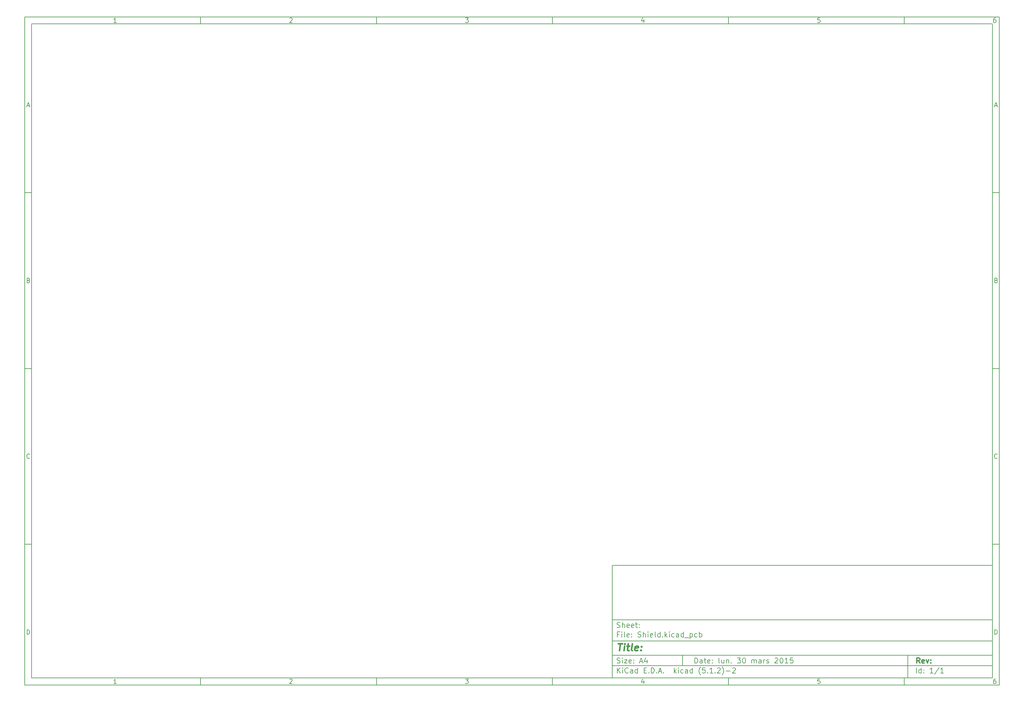
<source format=gbr>
G04 #@! TF.GenerationSoftware,KiCad,Pcbnew,(5.1.2)-2*
G04 #@! TF.CreationDate,2021-03-26T10:36:20+01:00*
G04 #@! TF.ProjectId,Shield,53686965-6c64-42e6-9b69-6361645f7063,rev?*
G04 #@! TF.SameCoordinates,Original*
G04 #@! TF.FileFunction,Other,Fab,Bot*
%FSLAX46Y46*%
G04 Gerber Fmt 4.6, Leading zero omitted, Abs format (unit mm)*
G04 Created by KiCad (PCBNEW (5.1.2)-2) date 2021-03-26 10:36:20*
%MOMM*%
%LPD*%
G04 APERTURE LIST*
%ADD10C,0.100000*%
%ADD11C,0.150000*%
%ADD12C,0.300000*%
%ADD13C,0.400000*%
G04 APERTURE END LIST*
D10*
D11*
X177002200Y-166007200D02*
X177002200Y-198007200D01*
X285002200Y-198007200D01*
X285002200Y-166007200D01*
X177002200Y-166007200D01*
D10*
D11*
X10000000Y-10000000D02*
X10000000Y-200007200D01*
X287002200Y-200007200D01*
X287002200Y-10000000D01*
X10000000Y-10000000D01*
D10*
D11*
X12000000Y-12000000D02*
X12000000Y-198007200D01*
X285002200Y-198007200D01*
X285002200Y-12000000D01*
X12000000Y-12000000D01*
D10*
D11*
X60000000Y-12000000D02*
X60000000Y-10000000D01*
D10*
D11*
X110000000Y-12000000D02*
X110000000Y-10000000D01*
D10*
D11*
X160000000Y-12000000D02*
X160000000Y-10000000D01*
D10*
D11*
X210000000Y-12000000D02*
X210000000Y-10000000D01*
D10*
D11*
X260000000Y-12000000D02*
X260000000Y-10000000D01*
D10*
D11*
X36065476Y-11588095D02*
X35322619Y-11588095D01*
X35694047Y-11588095D02*
X35694047Y-10288095D01*
X35570238Y-10473809D01*
X35446428Y-10597619D01*
X35322619Y-10659523D01*
D10*
D11*
X85322619Y-10411904D02*
X85384523Y-10350000D01*
X85508333Y-10288095D01*
X85817857Y-10288095D01*
X85941666Y-10350000D01*
X86003571Y-10411904D01*
X86065476Y-10535714D01*
X86065476Y-10659523D01*
X86003571Y-10845238D01*
X85260714Y-11588095D01*
X86065476Y-11588095D01*
D10*
D11*
X135260714Y-10288095D02*
X136065476Y-10288095D01*
X135632142Y-10783333D01*
X135817857Y-10783333D01*
X135941666Y-10845238D01*
X136003571Y-10907142D01*
X136065476Y-11030952D01*
X136065476Y-11340476D01*
X136003571Y-11464285D01*
X135941666Y-11526190D01*
X135817857Y-11588095D01*
X135446428Y-11588095D01*
X135322619Y-11526190D01*
X135260714Y-11464285D01*
D10*
D11*
X185941666Y-10721428D02*
X185941666Y-11588095D01*
X185632142Y-10226190D02*
X185322619Y-11154761D01*
X186127380Y-11154761D01*
D10*
D11*
X236003571Y-10288095D02*
X235384523Y-10288095D01*
X235322619Y-10907142D01*
X235384523Y-10845238D01*
X235508333Y-10783333D01*
X235817857Y-10783333D01*
X235941666Y-10845238D01*
X236003571Y-10907142D01*
X236065476Y-11030952D01*
X236065476Y-11340476D01*
X236003571Y-11464285D01*
X235941666Y-11526190D01*
X235817857Y-11588095D01*
X235508333Y-11588095D01*
X235384523Y-11526190D01*
X235322619Y-11464285D01*
D10*
D11*
X285941666Y-10288095D02*
X285694047Y-10288095D01*
X285570238Y-10350000D01*
X285508333Y-10411904D01*
X285384523Y-10597619D01*
X285322619Y-10845238D01*
X285322619Y-11340476D01*
X285384523Y-11464285D01*
X285446428Y-11526190D01*
X285570238Y-11588095D01*
X285817857Y-11588095D01*
X285941666Y-11526190D01*
X286003571Y-11464285D01*
X286065476Y-11340476D01*
X286065476Y-11030952D01*
X286003571Y-10907142D01*
X285941666Y-10845238D01*
X285817857Y-10783333D01*
X285570238Y-10783333D01*
X285446428Y-10845238D01*
X285384523Y-10907142D01*
X285322619Y-11030952D01*
D10*
D11*
X60000000Y-198007200D02*
X60000000Y-200007200D01*
D10*
D11*
X110000000Y-198007200D02*
X110000000Y-200007200D01*
D10*
D11*
X160000000Y-198007200D02*
X160000000Y-200007200D01*
D10*
D11*
X210000000Y-198007200D02*
X210000000Y-200007200D01*
D10*
D11*
X260000000Y-198007200D02*
X260000000Y-200007200D01*
D10*
D11*
X36065476Y-199595295D02*
X35322619Y-199595295D01*
X35694047Y-199595295D02*
X35694047Y-198295295D01*
X35570238Y-198481009D01*
X35446428Y-198604819D01*
X35322619Y-198666723D01*
D10*
D11*
X85322619Y-198419104D02*
X85384523Y-198357200D01*
X85508333Y-198295295D01*
X85817857Y-198295295D01*
X85941666Y-198357200D01*
X86003571Y-198419104D01*
X86065476Y-198542914D01*
X86065476Y-198666723D01*
X86003571Y-198852438D01*
X85260714Y-199595295D01*
X86065476Y-199595295D01*
D10*
D11*
X135260714Y-198295295D02*
X136065476Y-198295295D01*
X135632142Y-198790533D01*
X135817857Y-198790533D01*
X135941666Y-198852438D01*
X136003571Y-198914342D01*
X136065476Y-199038152D01*
X136065476Y-199347676D01*
X136003571Y-199471485D01*
X135941666Y-199533390D01*
X135817857Y-199595295D01*
X135446428Y-199595295D01*
X135322619Y-199533390D01*
X135260714Y-199471485D01*
D10*
D11*
X185941666Y-198728628D02*
X185941666Y-199595295D01*
X185632142Y-198233390D02*
X185322619Y-199161961D01*
X186127380Y-199161961D01*
D10*
D11*
X236003571Y-198295295D02*
X235384523Y-198295295D01*
X235322619Y-198914342D01*
X235384523Y-198852438D01*
X235508333Y-198790533D01*
X235817857Y-198790533D01*
X235941666Y-198852438D01*
X236003571Y-198914342D01*
X236065476Y-199038152D01*
X236065476Y-199347676D01*
X236003571Y-199471485D01*
X235941666Y-199533390D01*
X235817857Y-199595295D01*
X235508333Y-199595295D01*
X235384523Y-199533390D01*
X235322619Y-199471485D01*
D10*
D11*
X285941666Y-198295295D02*
X285694047Y-198295295D01*
X285570238Y-198357200D01*
X285508333Y-198419104D01*
X285384523Y-198604819D01*
X285322619Y-198852438D01*
X285322619Y-199347676D01*
X285384523Y-199471485D01*
X285446428Y-199533390D01*
X285570238Y-199595295D01*
X285817857Y-199595295D01*
X285941666Y-199533390D01*
X286003571Y-199471485D01*
X286065476Y-199347676D01*
X286065476Y-199038152D01*
X286003571Y-198914342D01*
X285941666Y-198852438D01*
X285817857Y-198790533D01*
X285570238Y-198790533D01*
X285446428Y-198852438D01*
X285384523Y-198914342D01*
X285322619Y-199038152D01*
D10*
D11*
X10000000Y-60000000D02*
X12000000Y-60000000D01*
D10*
D11*
X10000000Y-110000000D02*
X12000000Y-110000000D01*
D10*
D11*
X10000000Y-160000000D02*
X12000000Y-160000000D01*
D10*
D11*
X10690476Y-35216666D02*
X11309523Y-35216666D01*
X10566666Y-35588095D02*
X11000000Y-34288095D01*
X11433333Y-35588095D01*
D10*
D11*
X11092857Y-84907142D02*
X11278571Y-84969047D01*
X11340476Y-85030952D01*
X11402380Y-85154761D01*
X11402380Y-85340476D01*
X11340476Y-85464285D01*
X11278571Y-85526190D01*
X11154761Y-85588095D01*
X10659523Y-85588095D01*
X10659523Y-84288095D01*
X11092857Y-84288095D01*
X11216666Y-84350000D01*
X11278571Y-84411904D01*
X11340476Y-84535714D01*
X11340476Y-84659523D01*
X11278571Y-84783333D01*
X11216666Y-84845238D01*
X11092857Y-84907142D01*
X10659523Y-84907142D01*
D10*
D11*
X11402380Y-135464285D02*
X11340476Y-135526190D01*
X11154761Y-135588095D01*
X11030952Y-135588095D01*
X10845238Y-135526190D01*
X10721428Y-135402380D01*
X10659523Y-135278571D01*
X10597619Y-135030952D01*
X10597619Y-134845238D01*
X10659523Y-134597619D01*
X10721428Y-134473809D01*
X10845238Y-134350000D01*
X11030952Y-134288095D01*
X11154761Y-134288095D01*
X11340476Y-134350000D01*
X11402380Y-134411904D01*
D10*
D11*
X10659523Y-185588095D02*
X10659523Y-184288095D01*
X10969047Y-184288095D01*
X11154761Y-184350000D01*
X11278571Y-184473809D01*
X11340476Y-184597619D01*
X11402380Y-184845238D01*
X11402380Y-185030952D01*
X11340476Y-185278571D01*
X11278571Y-185402380D01*
X11154761Y-185526190D01*
X10969047Y-185588095D01*
X10659523Y-185588095D01*
D10*
D11*
X287002200Y-60000000D02*
X285002200Y-60000000D01*
D10*
D11*
X287002200Y-110000000D02*
X285002200Y-110000000D01*
D10*
D11*
X287002200Y-160000000D02*
X285002200Y-160000000D01*
D10*
D11*
X285692676Y-35216666D02*
X286311723Y-35216666D01*
X285568866Y-35588095D02*
X286002200Y-34288095D01*
X286435533Y-35588095D01*
D10*
D11*
X286095057Y-84907142D02*
X286280771Y-84969047D01*
X286342676Y-85030952D01*
X286404580Y-85154761D01*
X286404580Y-85340476D01*
X286342676Y-85464285D01*
X286280771Y-85526190D01*
X286156961Y-85588095D01*
X285661723Y-85588095D01*
X285661723Y-84288095D01*
X286095057Y-84288095D01*
X286218866Y-84350000D01*
X286280771Y-84411904D01*
X286342676Y-84535714D01*
X286342676Y-84659523D01*
X286280771Y-84783333D01*
X286218866Y-84845238D01*
X286095057Y-84907142D01*
X285661723Y-84907142D01*
D10*
D11*
X286404580Y-135464285D02*
X286342676Y-135526190D01*
X286156961Y-135588095D01*
X286033152Y-135588095D01*
X285847438Y-135526190D01*
X285723628Y-135402380D01*
X285661723Y-135278571D01*
X285599819Y-135030952D01*
X285599819Y-134845238D01*
X285661723Y-134597619D01*
X285723628Y-134473809D01*
X285847438Y-134350000D01*
X286033152Y-134288095D01*
X286156961Y-134288095D01*
X286342676Y-134350000D01*
X286404580Y-134411904D01*
D10*
D11*
X285661723Y-185588095D02*
X285661723Y-184288095D01*
X285971247Y-184288095D01*
X286156961Y-184350000D01*
X286280771Y-184473809D01*
X286342676Y-184597619D01*
X286404580Y-184845238D01*
X286404580Y-185030952D01*
X286342676Y-185278571D01*
X286280771Y-185402380D01*
X286156961Y-185526190D01*
X285971247Y-185588095D01*
X285661723Y-185588095D01*
D10*
D11*
X200434342Y-193785771D02*
X200434342Y-192285771D01*
X200791485Y-192285771D01*
X201005771Y-192357200D01*
X201148628Y-192500057D01*
X201220057Y-192642914D01*
X201291485Y-192928628D01*
X201291485Y-193142914D01*
X201220057Y-193428628D01*
X201148628Y-193571485D01*
X201005771Y-193714342D01*
X200791485Y-193785771D01*
X200434342Y-193785771D01*
X202577200Y-193785771D02*
X202577200Y-193000057D01*
X202505771Y-192857200D01*
X202362914Y-192785771D01*
X202077200Y-192785771D01*
X201934342Y-192857200D01*
X202577200Y-193714342D02*
X202434342Y-193785771D01*
X202077200Y-193785771D01*
X201934342Y-193714342D01*
X201862914Y-193571485D01*
X201862914Y-193428628D01*
X201934342Y-193285771D01*
X202077200Y-193214342D01*
X202434342Y-193214342D01*
X202577200Y-193142914D01*
X203077200Y-192785771D02*
X203648628Y-192785771D01*
X203291485Y-192285771D02*
X203291485Y-193571485D01*
X203362914Y-193714342D01*
X203505771Y-193785771D01*
X203648628Y-193785771D01*
X204720057Y-193714342D02*
X204577200Y-193785771D01*
X204291485Y-193785771D01*
X204148628Y-193714342D01*
X204077200Y-193571485D01*
X204077200Y-193000057D01*
X204148628Y-192857200D01*
X204291485Y-192785771D01*
X204577200Y-192785771D01*
X204720057Y-192857200D01*
X204791485Y-193000057D01*
X204791485Y-193142914D01*
X204077200Y-193285771D01*
X205434342Y-193642914D02*
X205505771Y-193714342D01*
X205434342Y-193785771D01*
X205362914Y-193714342D01*
X205434342Y-193642914D01*
X205434342Y-193785771D01*
X205434342Y-192857200D02*
X205505771Y-192928628D01*
X205434342Y-193000057D01*
X205362914Y-192928628D01*
X205434342Y-192857200D01*
X205434342Y-193000057D01*
X207505771Y-193785771D02*
X207362914Y-193714342D01*
X207291485Y-193571485D01*
X207291485Y-192285771D01*
X208720057Y-192785771D02*
X208720057Y-193785771D01*
X208077200Y-192785771D02*
X208077200Y-193571485D01*
X208148628Y-193714342D01*
X208291485Y-193785771D01*
X208505771Y-193785771D01*
X208648628Y-193714342D01*
X208720057Y-193642914D01*
X209434342Y-192785771D02*
X209434342Y-193785771D01*
X209434342Y-192928628D02*
X209505771Y-192857200D01*
X209648628Y-192785771D01*
X209862914Y-192785771D01*
X210005771Y-192857200D01*
X210077200Y-193000057D01*
X210077200Y-193785771D01*
X210791485Y-193642914D02*
X210862914Y-193714342D01*
X210791485Y-193785771D01*
X210720057Y-193714342D01*
X210791485Y-193642914D01*
X210791485Y-193785771D01*
X212505771Y-192285771D02*
X213434342Y-192285771D01*
X212934342Y-192857200D01*
X213148628Y-192857200D01*
X213291485Y-192928628D01*
X213362914Y-193000057D01*
X213434342Y-193142914D01*
X213434342Y-193500057D01*
X213362914Y-193642914D01*
X213291485Y-193714342D01*
X213148628Y-193785771D01*
X212720057Y-193785771D01*
X212577200Y-193714342D01*
X212505771Y-193642914D01*
X214362914Y-192285771D02*
X214505771Y-192285771D01*
X214648628Y-192357200D01*
X214720057Y-192428628D01*
X214791485Y-192571485D01*
X214862914Y-192857200D01*
X214862914Y-193214342D01*
X214791485Y-193500057D01*
X214720057Y-193642914D01*
X214648628Y-193714342D01*
X214505771Y-193785771D01*
X214362914Y-193785771D01*
X214220057Y-193714342D01*
X214148628Y-193642914D01*
X214077200Y-193500057D01*
X214005771Y-193214342D01*
X214005771Y-192857200D01*
X214077200Y-192571485D01*
X214148628Y-192428628D01*
X214220057Y-192357200D01*
X214362914Y-192285771D01*
X216648628Y-193785771D02*
X216648628Y-192785771D01*
X216648628Y-192928628D02*
X216720057Y-192857200D01*
X216862914Y-192785771D01*
X217077200Y-192785771D01*
X217220057Y-192857200D01*
X217291485Y-193000057D01*
X217291485Y-193785771D01*
X217291485Y-193000057D02*
X217362914Y-192857200D01*
X217505771Y-192785771D01*
X217720057Y-192785771D01*
X217862914Y-192857200D01*
X217934342Y-193000057D01*
X217934342Y-193785771D01*
X219291485Y-193785771D02*
X219291485Y-193000057D01*
X219220057Y-192857200D01*
X219077200Y-192785771D01*
X218791485Y-192785771D01*
X218648628Y-192857200D01*
X219291485Y-193714342D02*
X219148628Y-193785771D01*
X218791485Y-193785771D01*
X218648628Y-193714342D01*
X218577200Y-193571485D01*
X218577200Y-193428628D01*
X218648628Y-193285771D01*
X218791485Y-193214342D01*
X219148628Y-193214342D01*
X219291485Y-193142914D01*
X220005771Y-193785771D02*
X220005771Y-192785771D01*
X220005771Y-193071485D02*
X220077200Y-192928628D01*
X220148628Y-192857200D01*
X220291485Y-192785771D01*
X220434342Y-192785771D01*
X220862914Y-193714342D02*
X221005771Y-193785771D01*
X221291485Y-193785771D01*
X221434342Y-193714342D01*
X221505771Y-193571485D01*
X221505771Y-193500057D01*
X221434342Y-193357200D01*
X221291485Y-193285771D01*
X221077200Y-193285771D01*
X220934342Y-193214342D01*
X220862914Y-193071485D01*
X220862914Y-193000057D01*
X220934342Y-192857200D01*
X221077200Y-192785771D01*
X221291485Y-192785771D01*
X221434342Y-192857200D01*
X223220057Y-192428628D02*
X223291485Y-192357200D01*
X223434342Y-192285771D01*
X223791485Y-192285771D01*
X223934342Y-192357200D01*
X224005771Y-192428628D01*
X224077200Y-192571485D01*
X224077200Y-192714342D01*
X224005771Y-192928628D01*
X223148628Y-193785771D01*
X224077200Y-193785771D01*
X225005771Y-192285771D02*
X225148628Y-192285771D01*
X225291485Y-192357200D01*
X225362914Y-192428628D01*
X225434342Y-192571485D01*
X225505771Y-192857200D01*
X225505771Y-193214342D01*
X225434342Y-193500057D01*
X225362914Y-193642914D01*
X225291485Y-193714342D01*
X225148628Y-193785771D01*
X225005771Y-193785771D01*
X224862914Y-193714342D01*
X224791485Y-193642914D01*
X224720057Y-193500057D01*
X224648628Y-193214342D01*
X224648628Y-192857200D01*
X224720057Y-192571485D01*
X224791485Y-192428628D01*
X224862914Y-192357200D01*
X225005771Y-192285771D01*
X226934342Y-193785771D02*
X226077200Y-193785771D01*
X226505771Y-193785771D02*
X226505771Y-192285771D01*
X226362914Y-192500057D01*
X226220057Y-192642914D01*
X226077200Y-192714342D01*
X228291485Y-192285771D02*
X227577200Y-192285771D01*
X227505771Y-193000057D01*
X227577200Y-192928628D01*
X227720057Y-192857200D01*
X228077200Y-192857200D01*
X228220057Y-192928628D01*
X228291485Y-193000057D01*
X228362914Y-193142914D01*
X228362914Y-193500057D01*
X228291485Y-193642914D01*
X228220057Y-193714342D01*
X228077200Y-193785771D01*
X227720057Y-193785771D01*
X227577200Y-193714342D01*
X227505771Y-193642914D01*
D10*
D11*
X177002200Y-194507200D02*
X285002200Y-194507200D01*
D10*
D11*
X178434342Y-196585771D02*
X178434342Y-195085771D01*
X179291485Y-196585771D02*
X178648628Y-195728628D01*
X179291485Y-195085771D02*
X178434342Y-195942914D01*
X179934342Y-196585771D02*
X179934342Y-195585771D01*
X179934342Y-195085771D02*
X179862914Y-195157200D01*
X179934342Y-195228628D01*
X180005771Y-195157200D01*
X179934342Y-195085771D01*
X179934342Y-195228628D01*
X181505771Y-196442914D02*
X181434342Y-196514342D01*
X181220057Y-196585771D01*
X181077200Y-196585771D01*
X180862914Y-196514342D01*
X180720057Y-196371485D01*
X180648628Y-196228628D01*
X180577200Y-195942914D01*
X180577200Y-195728628D01*
X180648628Y-195442914D01*
X180720057Y-195300057D01*
X180862914Y-195157200D01*
X181077200Y-195085771D01*
X181220057Y-195085771D01*
X181434342Y-195157200D01*
X181505771Y-195228628D01*
X182791485Y-196585771D02*
X182791485Y-195800057D01*
X182720057Y-195657200D01*
X182577200Y-195585771D01*
X182291485Y-195585771D01*
X182148628Y-195657200D01*
X182791485Y-196514342D02*
X182648628Y-196585771D01*
X182291485Y-196585771D01*
X182148628Y-196514342D01*
X182077200Y-196371485D01*
X182077200Y-196228628D01*
X182148628Y-196085771D01*
X182291485Y-196014342D01*
X182648628Y-196014342D01*
X182791485Y-195942914D01*
X184148628Y-196585771D02*
X184148628Y-195085771D01*
X184148628Y-196514342D02*
X184005771Y-196585771D01*
X183720057Y-196585771D01*
X183577200Y-196514342D01*
X183505771Y-196442914D01*
X183434342Y-196300057D01*
X183434342Y-195871485D01*
X183505771Y-195728628D01*
X183577200Y-195657200D01*
X183720057Y-195585771D01*
X184005771Y-195585771D01*
X184148628Y-195657200D01*
X186005771Y-195800057D02*
X186505771Y-195800057D01*
X186720057Y-196585771D02*
X186005771Y-196585771D01*
X186005771Y-195085771D01*
X186720057Y-195085771D01*
X187362914Y-196442914D02*
X187434342Y-196514342D01*
X187362914Y-196585771D01*
X187291485Y-196514342D01*
X187362914Y-196442914D01*
X187362914Y-196585771D01*
X188077200Y-196585771D02*
X188077200Y-195085771D01*
X188434342Y-195085771D01*
X188648628Y-195157200D01*
X188791485Y-195300057D01*
X188862914Y-195442914D01*
X188934342Y-195728628D01*
X188934342Y-195942914D01*
X188862914Y-196228628D01*
X188791485Y-196371485D01*
X188648628Y-196514342D01*
X188434342Y-196585771D01*
X188077200Y-196585771D01*
X189577200Y-196442914D02*
X189648628Y-196514342D01*
X189577200Y-196585771D01*
X189505771Y-196514342D01*
X189577200Y-196442914D01*
X189577200Y-196585771D01*
X190220057Y-196157200D02*
X190934342Y-196157200D01*
X190077200Y-196585771D02*
X190577200Y-195085771D01*
X191077200Y-196585771D01*
X191577200Y-196442914D02*
X191648628Y-196514342D01*
X191577200Y-196585771D01*
X191505771Y-196514342D01*
X191577200Y-196442914D01*
X191577200Y-196585771D01*
X194577200Y-196585771D02*
X194577200Y-195085771D01*
X194720057Y-196014342D02*
X195148628Y-196585771D01*
X195148628Y-195585771D02*
X194577200Y-196157200D01*
X195791485Y-196585771D02*
X195791485Y-195585771D01*
X195791485Y-195085771D02*
X195720057Y-195157200D01*
X195791485Y-195228628D01*
X195862914Y-195157200D01*
X195791485Y-195085771D01*
X195791485Y-195228628D01*
X197148628Y-196514342D02*
X197005771Y-196585771D01*
X196720057Y-196585771D01*
X196577200Y-196514342D01*
X196505771Y-196442914D01*
X196434342Y-196300057D01*
X196434342Y-195871485D01*
X196505771Y-195728628D01*
X196577200Y-195657200D01*
X196720057Y-195585771D01*
X197005771Y-195585771D01*
X197148628Y-195657200D01*
X198434342Y-196585771D02*
X198434342Y-195800057D01*
X198362914Y-195657200D01*
X198220057Y-195585771D01*
X197934342Y-195585771D01*
X197791485Y-195657200D01*
X198434342Y-196514342D02*
X198291485Y-196585771D01*
X197934342Y-196585771D01*
X197791485Y-196514342D01*
X197720057Y-196371485D01*
X197720057Y-196228628D01*
X197791485Y-196085771D01*
X197934342Y-196014342D01*
X198291485Y-196014342D01*
X198434342Y-195942914D01*
X199791485Y-196585771D02*
X199791485Y-195085771D01*
X199791485Y-196514342D02*
X199648628Y-196585771D01*
X199362914Y-196585771D01*
X199220057Y-196514342D01*
X199148628Y-196442914D01*
X199077200Y-196300057D01*
X199077200Y-195871485D01*
X199148628Y-195728628D01*
X199220057Y-195657200D01*
X199362914Y-195585771D01*
X199648628Y-195585771D01*
X199791485Y-195657200D01*
X202077200Y-197157200D02*
X202005771Y-197085771D01*
X201862914Y-196871485D01*
X201791485Y-196728628D01*
X201720057Y-196514342D01*
X201648628Y-196157200D01*
X201648628Y-195871485D01*
X201720057Y-195514342D01*
X201791485Y-195300057D01*
X201862914Y-195157200D01*
X202005771Y-194942914D01*
X202077200Y-194871485D01*
X203362914Y-195085771D02*
X202648628Y-195085771D01*
X202577200Y-195800057D01*
X202648628Y-195728628D01*
X202791485Y-195657200D01*
X203148628Y-195657200D01*
X203291485Y-195728628D01*
X203362914Y-195800057D01*
X203434342Y-195942914D01*
X203434342Y-196300057D01*
X203362914Y-196442914D01*
X203291485Y-196514342D01*
X203148628Y-196585771D01*
X202791485Y-196585771D01*
X202648628Y-196514342D01*
X202577200Y-196442914D01*
X204077200Y-196442914D02*
X204148628Y-196514342D01*
X204077200Y-196585771D01*
X204005771Y-196514342D01*
X204077200Y-196442914D01*
X204077200Y-196585771D01*
X205577200Y-196585771D02*
X204720057Y-196585771D01*
X205148628Y-196585771D02*
X205148628Y-195085771D01*
X205005771Y-195300057D01*
X204862914Y-195442914D01*
X204720057Y-195514342D01*
X206220057Y-196442914D02*
X206291485Y-196514342D01*
X206220057Y-196585771D01*
X206148628Y-196514342D01*
X206220057Y-196442914D01*
X206220057Y-196585771D01*
X206862914Y-195228628D02*
X206934342Y-195157200D01*
X207077200Y-195085771D01*
X207434342Y-195085771D01*
X207577200Y-195157200D01*
X207648628Y-195228628D01*
X207720057Y-195371485D01*
X207720057Y-195514342D01*
X207648628Y-195728628D01*
X206791485Y-196585771D01*
X207720057Y-196585771D01*
X208220057Y-197157200D02*
X208291485Y-197085771D01*
X208434342Y-196871485D01*
X208505771Y-196728628D01*
X208577200Y-196514342D01*
X208648628Y-196157200D01*
X208648628Y-195871485D01*
X208577200Y-195514342D01*
X208505771Y-195300057D01*
X208434342Y-195157200D01*
X208291485Y-194942914D01*
X208220057Y-194871485D01*
X209362914Y-196014342D02*
X210505771Y-196014342D01*
X211148628Y-195228628D02*
X211220057Y-195157200D01*
X211362914Y-195085771D01*
X211720057Y-195085771D01*
X211862914Y-195157200D01*
X211934342Y-195228628D01*
X212005771Y-195371485D01*
X212005771Y-195514342D01*
X211934342Y-195728628D01*
X211077200Y-196585771D01*
X212005771Y-196585771D01*
D10*
D11*
X177002200Y-191507200D02*
X285002200Y-191507200D01*
D10*
D12*
X264411485Y-193785771D02*
X263911485Y-193071485D01*
X263554342Y-193785771D02*
X263554342Y-192285771D01*
X264125771Y-192285771D01*
X264268628Y-192357200D01*
X264340057Y-192428628D01*
X264411485Y-192571485D01*
X264411485Y-192785771D01*
X264340057Y-192928628D01*
X264268628Y-193000057D01*
X264125771Y-193071485D01*
X263554342Y-193071485D01*
X265625771Y-193714342D02*
X265482914Y-193785771D01*
X265197200Y-193785771D01*
X265054342Y-193714342D01*
X264982914Y-193571485D01*
X264982914Y-193000057D01*
X265054342Y-192857200D01*
X265197200Y-192785771D01*
X265482914Y-192785771D01*
X265625771Y-192857200D01*
X265697200Y-193000057D01*
X265697200Y-193142914D01*
X264982914Y-193285771D01*
X266197200Y-192785771D02*
X266554342Y-193785771D01*
X266911485Y-192785771D01*
X267482914Y-193642914D02*
X267554342Y-193714342D01*
X267482914Y-193785771D01*
X267411485Y-193714342D01*
X267482914Y-193642914D01*
X267482914Y-193785771D01*
X267482914Y-192857200D02*
X267554342Y-192928628D01*
X267482914Y-193000057D01*
X267411485Y-192928628D01*
X267482914Y-192857200D01*
X267482914Y-193000057D01*
D10*
D11*
X178362914Y-193714342D02*
X178577200Y-193785771D01*
X178934342Y-193785771D01*
X179077200Y-193714342D01*
X179148628Y-193642914D01*
X179220057Y-193500057D01*
X179220057Y-193357200D01*
X179148628Y-193214342D01*
X179077200Y-193142914D01*
X178934342Y-193071485D01*
X178648628Y-193000057D01*
X178505771Y-192928628D01*
X178434342Y-192857200D01*
X178362914Y-192714342D01*
X178362914Y-192571485D01*
X178434342Y-192428628D01*
X178505771Y-192357200D01*
X178648628Y-192285771D01*
X179005771Y-192285771D01*
X179220057Y-192357200D01*
X179862914Y-193785771D02*
X179862914Y-192785771D01*
X179862914Y-192285771D02*
X179791485Y-192357200D01*
X179862914Y-192428628D01*
X179934342Y-192357200D01*
X179862914Y-192285771D01*
X179862914Y-192428628D01*
X180434342Y-192785771D02*
X181220057Y-192785771D01*
X180434342Y-193785771D01*
X181220057Y-193785771D01*
X182362914Y-193714342D02*
X182220057Y-193785771D01*
X181934342Y-193785771D01*
X181791485Y-193714342D01*
X181720057Y-193571485D01*
X181720057Y-193000057D01*
X181791485Y-192857200D01*
X181934342Y-192785771D01*
X182220057Y-192785771D01*
X182362914Y-192857200D01*
X182434342Y-193000057D01*
X182434342Y-193142914D01*
X181720057Y-193285771D01*
X183077200Y-193642914D02*
X183148628Y-193714342D01*
X183077200Y-193785771D01*
X183005771Y-193714342D01*
X183077200Y-193642914D01*
X183077200Y-193785771D01*
X183077200Y-192857200D02*
X183148628Y-192928628D01*
X183077200Y-193000057D01*
X183005771Y-192928628D01*
X183077200Y-192857200D01*
X183077200Y-193000057D01*
X184862914Y-193357200D02*
X185577200Y-193357200D01*
X184720057Y-193785771D02*
X185220057Y-192285771D01*
X185720057Y-193785771D01*
X186862914Y-192785771D02*
X186862914Y-193785771D01*
X186505771Y-192214342D02*
X186148628Y-193285771D01*
X187077200Y-193285771D01*
D10*
D11*
X263434342Y-196585771D02*
X263434342Y-195085771D01*
X264791485Y-196585771D02*
X264791485Y-195085771D01*
X264791485Y-196514342D02*
X264648628Y-196585771D01*
X264362914Y-196585771D01*
X264220057Y-196514342D01*
X264148628Y-196442914D01*
X264077200Y-196300057D01*
X264077200Y-195871485D01*
X264148628Y-195728628D01*
X264220057Y-195657200D01*
X264362914Y-195585771D01*
X264648628Y-195585771D01*
X264791485Y-195657200D01*
X265505771Y-196442914D02*
X265577200Y-196514342D01*
X265505771Y-196585771D01*
X265434342Y-196514342D01*
X265505771Y-196442914D01*
X265505771Y-196585771D01*
X265505771Y-195657200D02*
X265577200Y-195728628D01*
X265505771Y-195800057D01*
X265434342Y-195728628D01*
X265505771Y-195657200D01*
X265505771Y-195800057D01*
X268148628Y-196585771D02*
X267291485Y-196585771D01*
X267720057Y-196585771D02*
X267720057Y-195085771D01*
X267577200Y-195300057D01*
X267434342Y-195442914D01*
X267291485Y-195514342D01*
X269862914Y-195014342D02*
X268577200Y-196942914D01*
X271148628Y-196585771D02*
X270291485Y-196585771D01*
X270720057Y-196585771D02*
X270720057Y-195085771D01*
X270577200Y-195300057D01*
X270434342Y-195442914D01*
X270291485Y-195514342D01*
D10*
D11*
X177002200Y-187507200D02*
X285002200Y-187507200D01*
D10*
D13*
X178714580Y-188211961D02*
X179857438Y-188211961D01*
X179036009Y-190211961D02*
X179286009Y-188211961D01*
X180274104Y-190211961D02*
X180440771Y-188878628D01*
X180524104Y-188211961D02*
X180416961Y-188307200D01*
X180500295Y-188402438D01*
X180607438Y-188307200D01*
X180524104Y-188211961D01*
X180500295Y-188402438D01*
X181107438Y-188878628D02*
X181869342Y-188878628D01*
X181476485Y-188211961D02*
X181262200Y-189926247D01*
X181333628Y-190116723D01*
X181512200Y-190211961D01*
X181702676Y-190211961D01*
X182655057Y-190211961D02*
X182476485Y-190116723D01*
X182405057Y-189926247D01*
X182619342Y-188211961D01*
X184190771Y-190116723D02*
X183988390Y-190211961D01*
X183607438Y-190211961D01*
X183428866Y-190116723D01*
X183357438Y-189926247D01*
X183452676Y-189164342D01*
X183571723Y-188973866D01*
X183774104Y-188878628D01*
X184155057Y-188878628D01*
X184333628Y-188973866D01*
X184405057Y-189164342D01*
X184381247Y-189354819D01*
X183405057Y-189545295D01*
X185155057Y-190021485D02*
X185238390Y-190116723D01*
X185131247Y-190211961D01*
X185047914Y-190116723D01*
X185155057Y-190021485D01*
X185131247Y-190211961D01*
X185286009Y-188973866D02*
X185369342Y-189069104D01*
X185262200Y-189164342D01*
X185178866Y-189069104D01*
X185286009Y-188973866D01*
X185262200Y-189164342D01*
D10*
D11*
X178934342Y-185600057D02*
X178434342Y-185600057D01*
X178434342Y-186385771D02*
X178434342Y-184885771D01*
X179148628Y-184885771D01*
X179720057Y-186385771D02*
X179720057Y-185385771D01*
X179720057Y-184885771D02*
X179648628Y-184957200D01*
X179720057Y-185028628D01*
X179791485Y-184957200D01*
X179720057Y-184885771D01*
X179720057Y-185028628D01*
X180648628Y-186385771D02*
X180505771Y-186314342D01*
X180434342Y-186171485D01*
X180434342Y-184885771D01*
X181791485Y-186314342D02*
X181648628Y-186385771D01*
X181362914Y-186385771D01*
X181220057Y-186314342D01*
X181148628Y-186171485D01*
X181148628Y-185600057D01*
X181220057Y-185457200D01*
X181362914Y-185385771D01*
X181648628Y-185385771D01*
X181791485Y-185457200D01*
X181862914Y-185600057D01*
X181862914Y-185742914D01*
X181148628Y-185885771D01*
X182505771Y-186242914D02*
X182577200Y-186314342D01*
X182505771Y-186385771D01*
X182434342Y-186314342D01*
X182505771Y-186242914D01*
X182505771Y-186385771D01*
X182505771Y-185457200D02*
X182577200Y-185528628D01*
X182505771Y-185600057D01*
X182434342Y-185528628D01*
X182505771Y-185457200D01*
X182505771Y-185600057D01*
X184291485Y-186314342D02*
X184505771Y-186385771D01*
X184862914Y-186385771D01*
X185005771Y-186314342D01*
X185077200Y-186242914D01*
X185148628Y-186100057D01*
X185148628Y-185957200D01*
X185077200Y-185814342D01*
X185005771Y-185742914D01*
X184862914Y-185671485D01*
X184577200Y-185600057D01*
X184434342Y-185528628D01*
X184362914Y-185457200D01*
X184291485Y-185314342D01*
X184291485Y-185171485D01*
X184362914Y-185028628D01*
X184434342Y-184957200D01*
X184577200Y-184885771D01*
X184934342Y-184885771D01*
X185148628Y-184957200D01*
X185791485Y-186385771D02*
X185791485Y-184885771D01*
X186434342Y-186385771D02*
X186434342Y-185600057D01*
X186362914Y-185457200D01*
X186220057Y-185385771D01*
X186005771Y-185385771D01*
X185862914Y-185457200D01*
X185791485Y-185528628D01*
X187148628Y-186385771D02*
X187148628Y-185385771D01*
X187148628Y-184885771D02*
X187077200Y-184957200D01*
X187148628Y-185028628D01*
X187220057Y-184957200D01*
X187148628Y-184885771D01*
X187148628Y-185028628D01*
X188434342Y-186314342D02*
X188291485Y-186385771D01*
X188005771Y-186385771D01*
X187862914Y-186314342D01*
X187791485Y-186171485D01*
X187791485Y-185600057D01*
X187862914Y-185457200D01*
X188005771Y-185385771D01*
X188291485Y-185385771D01*
X188434342Y-185457200D01*
X188505771Y-185600057D01*
X188505771Y-185742914D01*
X187791485Y-185885771D01*
X189362914Y-186385771D02*
X189220057Y-186314342D01*
X189148628Y-186171485D01*
X189148628Y-184885771D01*
X190577200Y-186385771D02*
X190577200Y-184885771D01*
X190577200Y-186314342D02*
X190434342Y-186385771D01*
X190148628Y-186385771D01*
X190005771Y-186314342D01*
X189934342Y-186242914D01*
X189862914Y-186100057D01*
X189862914Y-185671485D01*
X189934342Y-185528628D01*
X190005771Y-185457200D01*
X190148628Y-185385771D01*
X190434342Y-185385771D01*
X190577200Y-185457200D01*
X191291485Y-186242914D02*
X191362914Y-186314342D01*
X191291485Y-186385771D01*
X191220057Y-186314342D01*
X191291485Y-186242914D01*
X191291485Y-186385771D01*
X192005771Y-186385771D02*
X192005771Y-184885771D01*
X192148628Y-185814342D02*
X192577200Y-186385771D01*
X192577200Y-185385771D02*
X192005771Y-185957200D01*
X193220057Y-186385771D02*
X193220057Y-185385771D01*
X193220057Y-184885771D02*
X193148628Y-184957200D01*
X193220057Y-185028628D01*
X193291485Y-184957200D01*
X193220057Y-184885771D01*
X193220057Y-185028628D01*
X194577200Y-186314342D02*
X194434342Y-186385771D01*
X194148628Y-186385771D01*
X194005771Y-186314342D01*
X193934342Y-186242914D01*
X193862914Y-186100057D01*
X193862914Y-185671485D01*
X193934342Y-185528628D01*
X194005771Y-185457200D01*
X194148628Y-185385771D01*
X194434342Y-185385771D01*
X194577200Y-185457200D01*
X195862914Y-186385771D02*
X195862914Y-185600057D01*
X195791485Y-185457200D01*
X195648628Y-185385771D01*
X195362914Y-185385771D01*
X195220057Y-185457200D01*
X195862914Y-186314342D02*
X195720057Y-186385771D01*
X195362914Y-186385771D01*
X195220057Y-186314342D01*
X195148628Y-186171485D01*
X195148628Y-186028628D01*
X195220057Y-185885771D01*
X195362914Y-185814342D01*
X195720057Y-185814342D01*
X195862914Y-185742914D01*
X197220057Y-186385771D02*
X197220057Y-184885771D01*
X197220057Y-186314342D02*
X197077200Y-186385771D01*
X196791485Y-186385771D01*
X196648628Y-186314342D01*
X196577200Y-186242914D01*
X196505771Y-186100057D01*
X196505771Y-185671485D01*
X196577200Y-185528628D01*
X196648628Y-185457200D01*
X196791485Y-185385771D01*
X197077200Y-185385771D01*
X197220057Y-185457200D01*
X197577200Y-186528628D02*
X198720057Y-186528628D01*
X199077200Y-185385771D02*
X199077200Y-186885771D01*
X199077200Y-185457200D02*
X199220057Y-185385771D01*
X199505771Y-185385771D01*
X199648628Y-185457200D01*
X199720057Y-185528628D01*
X199791485Y-185671485D01*
X199791485Y-186100057D01*
X199720057Y-186242914D01*
X199648628Y-186314342D01*
X199505771Y-186385771D01*
X199220057Y-186385771D01*
X199077200Y-186314342D01*
X201077200Y-186314342D02*
X200934342Y-186385771D01*
X200648628Y-186385771D01*
X200505771Y-186314342D01*
X200434342Y-186242914D01*
X200362914Y-186100057D01*
X200362914Y-185671485D01*
X200434342Y-185528628D01*
X200505771Y-185457200D01*
X200648628Y-185385771D01*
X200934342Y-185385771D01*
X201077200Y-185457200D01*
X201720057Y-186385771D02*
X201720057Y-184885771D01*
X201720057Y-185457200D02*
X201862914Y-185385771D01*
X202148628Y-185385771D01*
X202291485Y-185457200D01*
X202362914Y-185528628D01*
X202434342Y-185671485D01*
X202434342Y-186100057D01*
X202362914Y-186242914D01*
X202291485Y-186314342D01*
X202148628Y-186385771D01*
X201862914Y-186385771D01*
X201720057Y-186314342D01*
D10*
D11*
X177002200Y-181507200D02*
X285002200Y-181507200D01*
D10*
D11*
X178362914Y-183614342D02*
X178577200Y-183685771D01*
X178934342Y-183685771D01*
X179077200Y-183614342D01*
X179148628Y-183542914D01*
X179220057Y-183400057D01*
X179220057Y-183257200D01*
X179148628Y-183114342D01*
X179077200Y-183042914D01*
X178934342Y-182971485D01*
X178648628Y-182900057D01*
X178505771Y-182828628D01*
X178434342Y-182757200D01*
X178362914Y-182614342D01*
X178362914Y-182471485D01*
X178434342Y-182328628D01*
X178505771Y-182257200D01*
X178648628Y-182185771D01*
X179005771Y-182185771D01*
X179220057Y-182257200D01*
X179862914Y-183685771D02*
X179862914Y-182185771D01*
X180505771Y-183685771D02*
X180505771Y-182900057D01*
X180434342Y-182757200D01*
X180291485Y-182685771D01*
X180077200Y-182685771D01*
X179934342Y-182757200D01*
X179862914Y-182828628D01*
X181791485Y-183614342D02*
X181648628Y-183685771D01*
X181362914Y-183685771D01*
X181220057Y-183614342D01*
X181148628Y-183471485D01*
X181148628Y-182900057D01*
X181220057Y-182757200D01*
X181362914Y-182685771D01*
X181648628Y-182685771D01*
X181791485Y-182757200D01*
X181862914Y-182900057D01*
X181862914Y-183042914D01*
X181148628Y-183185771D01*
X183077200Y-183614342D02*
X182934342Y-183685771D01*
X182648628Y-183685771D01*
X182505771Y-183614342D01*
X182434342Y-183471485D01*
X182434342Y-182900057D01*
X182505771Y-182757200D01*
X182648628Y-182685771D01*
X182934342Y-182685771D01*
X183077200Y-182757200D01*
X183148628Y-182900057D01*
X183148628Y-183042914D01*
X182434342Y-183185771D01*
X183577200Y-182685771D02*
X184148628Y-182685771D01*
X183791485Y-182185771D02*
X183791485Y-183471485D01*
X183862914Y-183614342D01*
X184005771Y-183685771D01*
X184148628Y-183685771D01*
X184648628Y-183542914D02*
X184720057Y-183614342D01*
X184648628Y-183685771D01*
X184577200Y-183614342D01*
X184648628Y-183542914D01*
X184648628Y-183685771D01*
X184648628Y-182757200D02*
X184720057Y-182828628D01*
X184648628Y-182900057D01*
X184577200Y-182828628D01*
X184648628Y-182757200D01*
X184648628Y-182900057D01*
D10*
D11*
X197002200Y-191507200D02*
X197002200Y-194507200D01*
D10*
D11*
X261002200Y-191507200D02*
X261002200Y-198007200D01*
M02*

</source>
